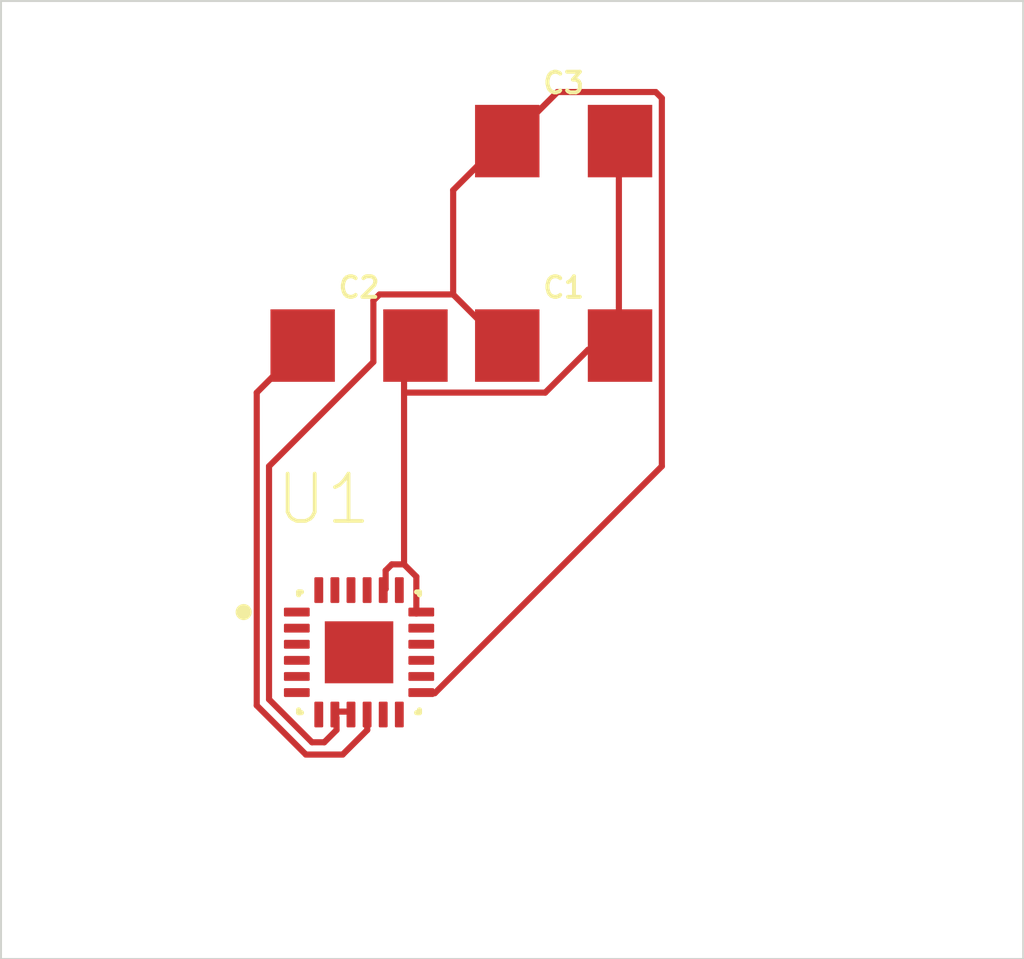
<source format=kicad_pcb>
(kicad_pcb (version 20240108) (generator "pcbnew") (generator_version "8.0")
  (layers (0 "F.Cu" signal) (31 "B.Cu" signal) (34 "B.Paste" user) (35 "F.Paste" user) (36 "B.SilkS" user "B.Silkscreen") (37 "F.SilkS" user "F.Silkscreen") (38 "B.Mask" user) (39 "F.Mask" user) (44 "Edge.Cuts" user))
  (net 0 "")
  (net 1 "RESV_1")
  (net 2 "GND")
  (net 3 "VDD")
  (net 4 "N$2")
  (net 5 "INT")
  (net 6 "FSYNC")
  (net 7 "VDDIO")
  (net 8 "AUX_CL")
  (net 9 "AUX_DA")
  (net 10 "RESV")
  (footprint "MPU9250_SPI:1206" (layer "F.Cu") (at 149.7811 96.5836)
    (property "Reference" "C3" (at 0 -1.143 0) (layer "F.SilkS") (effects (font (size 0.512064 0.512064) (thickness 0.097536)) (justify bottom)))
    (property "Value" "10nF")
    (pad "1" smd rect (at -1.4 0) (size 1.6 1.8) (layers "F.Cu" "F.Paste" "F.Mask") (net 3 "VDD"))
    (pad "2" smd rect (at 1.4 0) (size 1.6 1.8) (layers "F.Cu" "F.Paste" "F.Mask") (net 2 "GND"))
  )
  (footprint "MPU9250_SPI:QFN40P300X300X105-25N" (layer "F.Cu") (at 144.7011 109.2836)
    (property "Reference" "U1" (at -2.115 -3.115 0) (layer "F.SilkS") (effects (font (size 1.176528 1.176528) (thickness 0.093472)) (justify left bottom)))
    (property "Value" "MPU-9250")
    (fp_line (start -1.5 -1.5) (end -1.43 -1.5) (stroke (width 0.127)) (layer "F.SilkS"))
    (fp_line (start -1.5 -1.43) (end -1.5 -1.5) (stroke (width 0.127)) (layer "F.SilkS"))
    (fp_line (start -1.5 1.5) (end -1.5 1.43) (stroke (width 0.127)) (layer "F.SilkS"))
    (fp_line (start -1.43 1.5) (end -1.5 1.5) (stroke (width 0.127)) (layer "F.SilkS"))
    (fp_line (start 1.43 -1.5) (end 1.5 -1.5) (stroke (width 0.127)) (layer "F.SilkS"))
    (fp_line (start 1.5 -1.5) (end 1.5 -1.43) (stroke (width 0.127)) (layer "F.SilkS"))
    (fp_line (start 1.5 1.5) (end 1.43 1.5) (stroke (width 0.127)) (layer "F.SilkS"))
    (fp_line (start 1.5 1.5) (end 1.5 1.43) (stroke (width 0.127)) (layer "F.SilkS"))
    (fp_circle (center -2.865 -1) (end -2.765 -1) (stroke (width 0.2)) (fill none) (layer "F.SilkS"))
    (pad "1" smd roundrect (at -1.545 -1) (size 0.64 0.22) (layers "F.Cu" "F.Paste" "F.Mask") (roundrect_rratio 0.125) (net 1 "RESV_1"))
    (pad "2" smd roundrect (at -1.545 -0.6) (size 0.64 0.22) (layers "F.Cu" "F.Paste" "F.Mask") (roundrect_rratio 0.125))
    (pad "3" smd roundrect (at -1.545 -0.2) (size 0.64 0.22) (layers "F.Cu" "F.Paste" "F.Mask") (roundrect_rratio 0.125))
    (pad "4" smd roundrect (at -1.545 0.2) (size 0.64 0.22) (layers "F.Cu" "F.Paste" "F.Mask") (roundrect_rratio 0.125))
    (pad "5" smd roundrect (at -1.545 0.6) (size 0.64 0.22) (layers "F.Cu" "F.Paste" "F.Mask") (roundrect_rratio 0.125))
    (pad "6" smd roundrect (at -1.545 1) (size 0.64 0.22) (layers "F.Cu" "F.Paste" "F.Mask") (roundrect_rratio 0.125))
    (pad "7" smd roundrect (at -1 1.545) (size 0.22 0.64) (layers "F.Cu" "F.Paste" "F.Mask") (roundrect_rratio 0.125) (net 8 "AUX_CL"))
    (pad "8" smd roundrect (at -0.6 1.545) (size 0.22 0.64) (layers "F.Cu" "F.Paste" "F.Mask") (roundrect_rratio 0.125) (net 3 "VDD"))
    (pad "9" smd roundrect (at -0.2 1.545) (size 0.22 0.64) (layers "F.Cu" "F.Paste" "F.Mask") (roundrect_rratio 0.125) (net 3 "VDD"))
    (pad "10" smd roundrect (at 0.2 1.545) (size 0.22 0.64) (layers "F.Cu" "F.Paste" "F.Mask") (roundrect_rratio 0.125) (net 4 "N$2"))
    (pad "11" smd roundrect (at 0.6 1.545) (size 0.22 0.64) (layers "F.Cu" "F.Paste" "F.Mask") (roundrect_rratio 0.125) (net 6 "FSYNC"))
    (pad "12" smd roundrect (at 1 1.545) (size 0.22 0.64) (layers "F.Cu" "F.Paste" "F.Mask") (roundrect_rratio 0.125) (net 5 "INT"))
    (pad "13" smd roundrect (at 1.545 1) (size 0.64 0.22) (layers "F.Cu" "F.Paste" "F.Mask") (roundrect_rratio 0.125) (net 3 "VDD"))
    (pad "14" smd roundrect (at 1.545 0.6) (size 0.64 0.22) (layers "F.Cu" "F.Paste" "F.Mask") (roundrect_rratio 0.125))
    (pad "15" smd roundrect (at 1.545 0.2) (size 0.64 0.22) (layers "F.Cu" "F.Paste" "F.Mask") (roundrect_rratio 0.125))
    (pad "16" smd roundrect (at 1.545 -0.2) (size 0.64 0.22) (layers "F.Cu" "F.Paste" "F.Mask") (roundrect_rratio 0.125))
    (pad "17" smd roundrect (at 1.545 -0.6) (size 0.64 0.22) (layers "F.Cu" "F.Paste" "F.Mask") (roundrect_rratio 0.125))
    (pad "18" smd roundrect (at 1.545 -1) (size 0.64 0.22) (layers "F.Cu" "F.Paste" "F.Mask") (roundrect_rratio 0.125) (net 2 "GND"))
    (pad "19" smd roundrect (at 1 -1.545) (size 0.22 0.64) (layers "F.Cu" "F.Paste" "F.Mask") (roundrect_rratio 0.125) (net 10 "RESV"))
    (pad "20" smd roundrect (at 0.6 -1.545) (size 0.22 0.64) (layers "F.Cu" "F.Paste" "F.Mask") (roundrect_rratio 0.125) (net 2 "GND"))
    (pad "21" smd roundrect (at 0.2 -1.545) (size 0.22 0.64) (layers "F.Cu" "F.Paste" "F.Mask") (roundrect_rratio 0.125) (net 9 "AUX_DA"))
    (pad "22" smd roundrect (at -0.2 -1.545) (size 0.22 0.64) (layers "F.Cu" "F.Paste" "F.Mask") (roundrect_rratio 0.125) (net 7 "VDDIO"))
    (pad "23" smd roundrect (at -0.6 -1.545) (size 0.22 0.64) (layers "F.Cu" "F.Paste" "F.Mask") (roundrect_rratio 0.125))
    (pad "24" smd roundrect (at -1 -1.545) (size 0.22 0.64) (layers "F.Cu" "F.Paste" "F.Mask") (roundrect_rratio 0.125))
    (pad "25" smd rect (at 0 0) (size 1.7 1.54) (layers "F.Cu" "F.Mask"))
  )
  (footprint "MPU9250_SPI:1206" (layer "F.Cu") (at 144.7011 101.6636)
    (property "Reference" "C2" (at 0 -1.143 0) (layer "F.SilkS") (effects (font (size 0.512064 0.512064) (thickness 0.097536)) (justify bottom)))
    (property "Value" "0.1uF")
    (pad "1" smd rect (at -1.4 0) (size 1.6 1.8) (layers "F.Cu" "F.Paste" "F.Mask") (net 4 "N$2"))
    (pad "2" smd rect (at 1.4 0) (size 1.6 1.8) (layers "F.Cu" "F.Paste" "F.Mask") (net 2 "GND"))
  )
  (footprint "MPU9250_SPI:1206" (layer "F.Cu") (at 149.7811 101.6636)
    (property "Reference" "C1" (at 0 -1.143 0) (layer "F.SilkS") (effects (font (size 0.512064 0.512064) (thickness 0.097536)) (justify bottom)))
    (property "Value" "0.1uF")
    (pad "1" smd rect (at -1.4 0) (size 1.6 1.8) (layers "F.Cu" "F.Paste" "F.Mask") (net 3 "VDD"))
    (pad "2" smd rect (at 1.4 0) (size 1.6 1.8) (layers "F.Cu" "F.Paste" "F.Mask") (net 2 "GND"))
  )
  (gr_line (start 161.1911 116.9036) (end 161.1911 93.1036) (stroke (width 0.05)) (layer "Edge.Cuts"))
  (gr_line (start 161.1911 93.1036) (end 135.8111 93.1036) (stroke (width 0.05)) (layer "Edge.Cuts"))
  (gr_line (start 135.8111 93.1036) (end 135.8111 116.9036) (stroke (width 0.05)) (layer "Edge.Cuts"))
  (gr_line (start 135.8111 116.9036) (end 161.1911 116.9036) (stroke (width 0.05)) (layer "Edge.Cuts"))
  (segment (start 151.1527 101.7652) (end 151.1811 101.6636) (width 0.1524) (layer "F.Cu") (net 2))
  (segment (start 151.1527 101.6128) (end 151.1811 101.6636) (width 0.1524) (layer "F.Cu") (net 2))
  (segment (start 145.3615 107.7088) (end 145.3011 107.7386) (width 0.1524) (layer "F.Cu") (net 2))
  (segment (start 146.1235 107.404) (end 146.1235 108.3184) (width 0.1524) (layer "F.Cu") (net 2))
  (segment (start 149.3239 102.832) (end 150.3907 101.7652) (width 0.1524) (layer "F.Cu") (net 2))
  (segment (start 150.3907 101.7652) (end 151.1527 101.7652) (width 0.1524) (layer "F.Cu") (net 2))
  (segment (start 145.9711 101.7652) (end 145.8187 101.9176) (width 0.1524) (layer "F.Cu") (net 2))
  (segment (start 146.1235 108.3184) (end 146.2461 108.2836) (width 0.1524) (layer "F.Cu") (net 2))
  (segment (start 145.8187 102.832) (end 145.8187 107.0992) (width 0.1524) (layer "F.Cu") (net 2))
  (segment (start 145.8187 107.0992) (end 146.1235 107.404) (width 0.1524) (layer "F.Cu") (net 2))
  (segment (start 151.1527 96.5836) (end 151.1811 96.5836) (width 0.1524) (layer "F.Cu") (net 2))
  (segment (start 145.3615 107.7088) (end 145.3615 107.2516) (width 0.1524) (layer "F.Cu") (net 2))
  (segment (start 145.3615 107.2516) (end 145.5139 107.0992) (width 0.1524) (layer "F.Cu") (net 2))
  (segment (start 145.5139 107.0992) (end 145.8187 107.0992) (width 0.1524) (layer "F.Cu") (net 2))
  (segment (start 145.9711 101.7652) (end 146.1011 101.6636) (width 0.1524) (layer "F.Cu") (net 2))
  (segment (start 145.8187 102.832) (end 149.3239 102.832) (width 0.1524) (layer "F.Cu") (net 2))
  (segment (start 151.1527 96.5836) (end 151.1527 101.6128) (width 0.1524) (layer "F.Cu") (net 2))
  (segment (start 145.8187 101.9176) (end 145.8187 102.832) (width 0.1524) (layer "F.Cu") (net 2))
  (segment (start 146.2759 110.2996) (end 146.2461 110.2836) (width 0.1524) (layer "F.Cu") (net 3))
  (segment (start 142.4659 104.6608) (end 142.4659 110.452) (width 0.1524) (layer "F.Cu") (net 3))
  (segment (start 142.4659 110.452) (end 143.5327 111.5188) (width 0.1524) (layer "F.Cu") (net 3))
  (segment (start 146.5807 110.2996) (end 146.2759 110.2996) (width 0.1524) (layer "F.Cu") (net 3))
  (segment (start 145.0567 100.546) (end 145.0567 102.07) (width 0.1524) (layer "F.Cu") (net 3))
  (segment (start 143.8375 111.5188) (end 144.1423 111.214) (width 0.1524) (layer "F.Cu") (net 3))
  (segment (start 148.2571 101.6128) (end 148.3811 101.6636) (width 0.1524) (layer "F.Cu") (net 3))
  (segment (start 147.0379 100.3936) (end 145.2091 100.3936) (width 0.1524) (layer "F.Cu") (net 3))
  (segment (start 147.0379 97.8028) (end 147.0379 100.3936) (width 0.1524) (layer "F.Cu") (net 3))
  (segment (start 149.6287 95.3644) (end 152.0671 95.3644) (width 0.1524) (layer "F.Cu") (net 3))
  (segment (start 144.1423 111.214) (end 144.1423 110.9092) (width 0.1524) (layer "F.Cu") (net 3))
  (segment (start 144.1423 110.9092) (end 144.1011 110.8286) (width 0.1524) (layer "F.Cu") (net 3))
  (segment (start 148.4095 96.5836) (end 149.6287 95.3644) (width 0.1524) (layer "F.Cu") (net 3))
  (segment (start 148.2571 101.6128) (end 147.0379 100.3936) (width 0.1524) (layer "F.Cu") (net 3))
  (segment (start 144.1423 110.7568) (end 144.1011 110.8286) (width 0.1524) (layer "F.Cu") (net 3))
  (segment (start 148.4095 96.5836) (end 148.3811 96.5836) (width 0.1524) (layer "F.Cu") (net 3))
  (segment (start 144.4471 110.7568) (end 144.1423 110.7568) (width 0.1524) (layer "F.Cu") (net 3))
  (segment (start 152.2195 104.6608) (end 146.5807 110.2996) (width 0.1524) (layer "F.Cu") (net 3))
  (segment (start 145.0567 102.07) (end 142.4659 104.6608) (width 0.1524) (layer "F.Cu") (net 3))
  (segment (start 144.4471 110.7568) (end 144.5011 110.8286) (width 0.1524) (layer "F.Cu") (net 3))
  (segment (start 145.2091 100.3936) (end 145.0567 100.546) (width 0.1524) (layer "F.Cu") (net 3))
  (segment (start 143.5327 111.5188) (end 143.8375 111.5188) (width 0.1524) (layer "F.Cu") (net 3))
  (segment (start 148.2571 96.5836) (end 148.3811 96.5836) (width 0.1524) (layer "F.Cu") (net 3))
  (segment (start 152.0671 95.3644) (end 152.2195 95.5168) (width 0.1524) (layer "F.Cu") (net 3))
  (segment (start 152.2195 95.5168) (end 152.2195 104.6608) (width 0.1524) (layer "F.Cu") (net 3))
  (segment (start 148.2571 96.5836) (end 147.0379 97.8028) (width 0.1524) (layer "F.Cu") (net 3))
  (segment (start 144.9043 111.214) (end 144.9043 110.9092) (width 0.1524) (layer "F.Cu") (net 4))
  (segment (start 143.2279 101.7652) (end 142.1611 102.832) (width 0.1524) (layer "F.Cu") (net 4))
  (segment (start 144.9043 110.9092) (end 144.9011 110.8286) (width 0.1524) (layer "F.Cu") (net 4))
  (segment (start 143.2279 101.7652) (end 143.3011 101.6636) (width 0.1524) (layer "F.Cu") (net 4))
  (segment (start 142.1611 102.832) (end 142.1611 110.6044) (width 0.1524) (layer "F.Cu") (net 4))
  (segment (start 143.3803 111.8236) (end 144.2947 111.8236) (width 0.1524) (layer "F.Cu") (net 4))
  (segment (start 142.1611 110.6044) (end 143.3803 111.8236) (width 0.1524) (layer "F.Cu") (net 4))
  (segment (start 144.2947 111.8236) (end 144.9043 111.214) (width 0.1524) (layer "F.Cu") (net 4))
)
</source>
